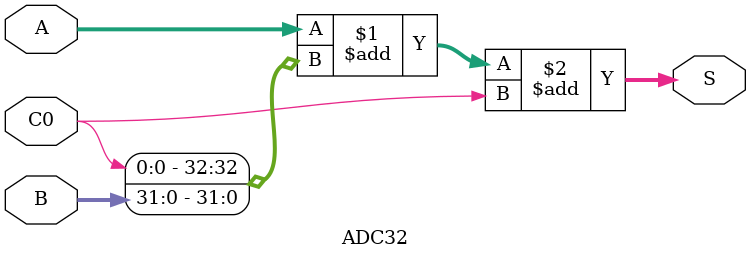
<source format=v>
`timescale 1ns / 1ps

module ADC32 (
	input [31:0] A,
	input [31:0] B,
	input C0,
	output [32:0] S );
	
	assign S = A + {C0, B} + C0;

endmodule

</source>
